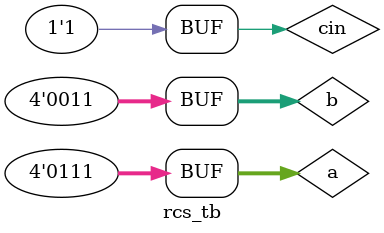
<source format=v>
`include"fulladder.v"
module rcs(
            input[3:0] a,b,
            input cin,
            output [3:0]diff,
            output bout
            );
wire e1,e2,e3;

fulladder1 gate1(a[0],~b[0],cin,diff[0],e1);
fulladder1 gate2(a[1],~b[1],e1,diff[1],e2);
fulladder1 gate3(a[2],~b[2],e2,diff[2],e3);
fulladder1 gate4(a[3],~b[3],e3,diff[3],bout);

endmodule

module rcs_tb();
reg[3:0]a,b;
reg cin;
wire[3:0]diff;
wire bout;

rcs gate5(a,b,cin,diff,bout);

initial
begin
a=7;b=3;cin=1;#10;
end

initial
$monitor("a=%d  b=%d  cin=%d diff=%d  bout=%d  Time=%0d ",a,b,cin,diff,bout,$time);
endmodule


</source>
